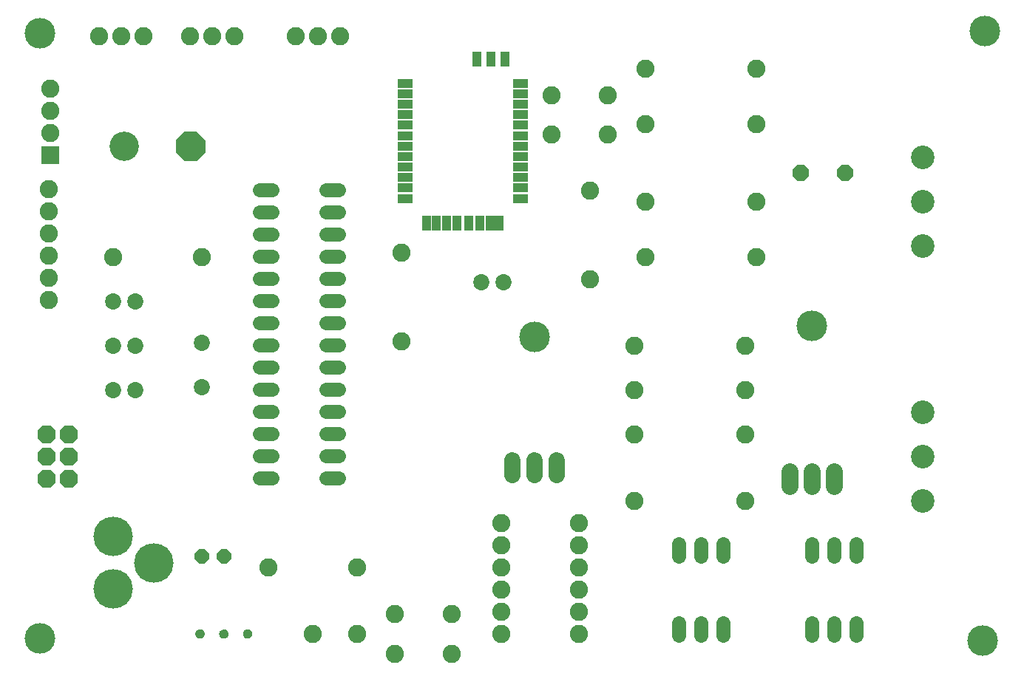
<source format=gts>
G75*
G70*
%OFA0B0*%
%FSLAX24Y24*%
%IPPOS*%
%LPD*%
%AMOC8*
5,1,8,0,0,1.08239X$1,22.5*
%
%ADD10C,0.0640*%
%ADD11OC8,0.0820*%
%ADD12C,0.0820*%
%ADD13C,0.1780*%
%ADD14C,0.0730*%
%ADD15C,0.0050*%
%ADD16OC8,0.0640*%
%ADD17R,0.0710X0.0395*%
%ADD18R,0.0395X0.0710*%
%ADD19C,0.0720*%
%ADD20C,0.1380*%
%ADD21C,0.0760*%
%ADD22C,0.1064*%
%ADD23R,0.0820X0.0820*%
%ADD24OC8,0.0710*%
%ADD25OC8,0.1320*%
%ADD26C,0.1320*%
D10*
X011702Y009149D02*
X012262Y009149D01*
X012262Y010149D02*
X011702Y010149D01*
X011702Y011149D02*
X012262Y011149D01*
X012262Y012149D02*
X011702Y012149D01*
X011702Y013149D02*
X012262Y013149D01*
X012262Y014149D02*
X011702Y014149D01*
X011702Y015149D02*
X012262Y015149D01*
X012262Y016149D02*
X011702Y016149D01*
X011702Y017149D02*
X012262Y017149D01*
X012262Y018149D02*
X011702Y018149D01*
X011702Y019149D02*
X012262Y019149D01*
X012262Y020149D02*
X011702Y020149D01*
X011702Y021149D02*
X012262Y021149D01*
X012262Y022149D02*
X011702Y022149D01*
X014702Y022149D02*
X015262Y022149D01*
X015262Y021149D02*
X014702Y021149D01*
X014702Y020149D02*
X015262Y020149D01*
X015262Y019149D02*
X014702Y019149D01*
X014702Y018149D02*
X015262Y018149D01*
X015262Y017149D02*
X014702Y017149D01*
X014702Y016149D02*
X015262Y016149D01*
X015262Y015149D02*
X014702Y015149D01*
X014702Y014149D02*
X015262Y014149D01*
X015262Y013149D02*
X014702Y013149D01*
X014702Y012149D02*
X015262Y012149D01*
X015262Y011149D02*
X014702Y011149D01*
X014702Y010149D02*
X015262Y010149D01*
X015262Y009149D02*
X014702Y009149D01*
X030601Y006161D02*
X030601Y005601D01*
X031601Y005601D02*
X031601Y006161D01*
X032601Y006161D02*
X032601Y005601D01*
X036601Y005601D02*
X036601Y006161D01*
X037601Y006161D02*
X037601Y005601D01*
X038601Y005601D02*
X038601Y006161D01*
X038601Y002601D02*
X038601Y002041D01*
X037601Y002041D02*
X037601Y002601D01*
X036601Y002601D02*
X036601Y002041D01*
X032601Y002041D02*
X032601Y002601D01*
X031601Y002601D02*
X031601Y002041D01*
X030601Y002041D02*
X030601Y002601D01*
D11*
X003101Y009101D03*
X002101Y009101D03*
X002101Y010101D03*
X003101Y010101D03*
X003101Y011101D03*
X002101Y011101D03*
D12*
X002209Y017185D03*
X002209Y018185D03*
X002209Y019185D03*
X002209Y020185D03*
X002209Y021185D03*
X002209Y022185D03*
X002289Y024718D03*
X002289Y025718D03*
X002289Y026718D03*
X004491Y029081D03*
X005491Y029081D03*
X006491Y029081D03*
X008571Y029061D03*
X009571Y029061D03*
X010571Y029061D03*
X013345Y029071D03*
X014345Y029071D03*
X015345Y029071D03*
X024865Y026418D03*
X024865Y024638D03*
X027425Y024638D03*
X029101Y025101D03*
X027425Y026418D03*
X029101Y027601D03*
X034101Y027601D03*
X034101Y025101D03*
X034101Y021601D03*
X034101Y019101D03*
X029101Y019101D03*
X026601Y018101D03*
X028601Y015101D03*
X028601Y013101D03*
X028601Y011101D03*
X028601Y008101D03*
X026101Y007101D03*
X026101Y006101D03*
X026101Y005101D03*
X026101Y004101D03*
X026101Y003101D03*
X026101Y002101D03*
X022601Y002101D03*
X022601Y003101D03*
X022601Y004101D03*
X022601Y005101D03*
X022601Y006101D03*
X022601Y007101D03*
X020381Y002991D03*
X020381Y001211D03*
X017821Y001211D03*
X016101Y002101D03*
X017821Y002991D03*
X016101Y005101D03*
X012101Y005101D03*
X014101Y002101D03*
X033601Y008101D03*
X033601Y011101D03*
X033601Y013101D03*
X033601Y015101D03*
X029101Y021601D03*
X026601Y022101D03*
X018112Y019304D03*
X018112Y015304D03*
X009101Y019101D03*
X005101Y019101D03*
D13*
X005101Y006494D03*
X006951Y005313D03*
X005101Y004132D03*
D14*
X005101Y013101D03*
X006101Y013101D03*
X006101Y015101D03*
X005101Y015101D03*
X005101Y017101D03*
X006101Y017101D03*
X009101Y015243D03*
X009101Y013243D03*
X021714Y017970D03*
X022714Y017970D03*
D15*
X011277Y002239D02*
X011306Y002212D01*
X011328Y002178D01*
X011342Y002141D01*
X011348Y002101D01*
X011343Y002061D01*
X011329Y002024D01*
X011307Y001991D01*
X011279Y001964D01*
X011245Y001943D01*
X011207Y001931D01*
X011168Y001927D01*
X011129Y001931D01*
X011093Y001945D01*
X011061Y001965D01*
X011033Y001993D01*
X011013Y002026D01*
X011001Y002062D01*
X010997Y002101D01*
X011000Y002139D01*
X011012Y002175D01*
X011032Y002208D01*
X011058Y002236D01*
X011090Y002257D01*
X011126Y002271D01*
X011164Y002276D01*
X011204Y002272D01*
X011242Y002260D01*
X011277Y002239D01*
X011279Y002237D02*
X011059Y002237D01*
X011020Y002188D02*
X011321Y002188D01*
X011342Y002140D02*
X011000Y002140D01*
X010998Y002091D02*
X011347Y002091D01*
X011336Y002043D02*
X011008Y002043D01*
X011033Y001994D02*
X011309Y001994D01*
X011249Y001945D02*
X011092Y001945D01*
X010271Y002057D02*
X010257Y002020D01*
X010235Y001987D01*
X010207Y001960D01*
X010173Y001939D01*
X010135Y001927D01*
X010096Y001923D01*
X010057Y001927D01*
X010021Y001941D01*
X009989Y001961D01*
X009961Y001989D01*
X009941Y002022D01*
X009929Y002058D01*
X009925Y002097D01*
X009928Y002135D01*
X009940Y002171D01*
X009960Y002204D01*
X009986Y002232D01*
X010018Y002253D01*
X010054Y002267D01*
X010092Y002272D01*
X010132Y002268D01*
X010170Y002256D01*
X010205Y002235D01*
X010234Y002208D01*
X010256Y002174D01*
X010270Y002137D01*
X010276Y002097D01*
X010271Y002057D01*
X010265Y002043D02*
X009934Y002043D01*
X009925Y002091D02*
X010275Y002091D01*
X010269Y002140D02*
X009930Y002140D01*
X009950Y002188D02*
X010247Y002188D01*
X010202Y002237D02*
X009993Y002237D01*
X009958Y001994D02*
X010240Y001994D01*
X010184Y001945D02*
X010013Y001945D01*
X009201Y002060D02*
X009187Y002023D01*
X009165Y001990D01*
X009137Y001963D01*
X009103Y001942D01*
X009065Y001930D01*
X009026Y001926D01*
X008987Y001930D01*
X008951Y001944D01*
X008919Y001964D01*
X008891Y001992D01*
X008871Y002025D01*
X008859Y002061D01*
X008855Y002100D01*
X008858Y002138D01*
X008870Y002174D01*
X008890Y002207D01*
X008916Y002235D01*
X008948Y002256D01*
X008984Y002270D01*
X009022Y002275D01*
X009062Y002271D01*
X009100Y002259D01*
X009135Y002238D01*
X009164Y002211D01*
X009186Y002177D01*
X009200Y002140D01*
X008859Y002140D01*
X008856Y002091D02*
X009205Y002091D01*
X009206Y002100D02*
X009201Y002060D01*
X009194Y002043D02*
X008865Y002043D01*
X008890Y001994D02*
X009168Y001994D01*
X009109Y001945D02*
X008948Y001945D01*
X008878Y002188D02*
X009179Y002188D01*
X009200Y002140D02*
X009206Y002100D01*
X009136Y002237D02*
X008919Y002237D01*
D16*
X009101Y005601D03*
X010101Y005601D03*
D17*
X018284Y021752D03*
X018284Y022225D03*
X018284Y022697D03*
X018284Y023170D03*
X018284Y023642D03*
X018284Y024115D03*
X018284Y024587D03*
X018284Y025059D03*
X018284Y025532D03*
X018284Y026004D03*
X018284Y026477D03*
X018284Y026949D03*
X023481Y026949D03*
X023481Y026477D03*
X023481Y026004D03*
X023481Y025532D03*
X023481Y025059D03*
X023481Y024587D03*
X023481Y024115D03*
X023481Y023642D03*
X023481Y023170D03*
X023481Y022697D03*
X023481Y022225D03*
X023481Y021752D03*
D18*
X022506Y020650D03*
X022103Y020650D03*
X021631Y020650D03*
X021158Y020650D03*
X020607Y020650D03*
X020135Y020650D03*
X019662Y020650D03*
X019260Y020650D03*
X021513Y028052D03*
X022143Y028052D03*
X022773Y028052D03*
D19*
X023101Y009921D02*
X023101Y009281D01*
X024101Y009281D02*
X024101Y009921D01*
X025101Y009921D02*
X025101Y009281D01*
D20*
X001801Y001901D03*
X024101Y015501D03*
X036601Y016001D03*
X044401Y029301D03*
X044301Y001801D03*
X001801Y029201D03*
D21*
X035601Y009441D02*
X035601Y008761D01*
X036601Y008761D02*
X036601Y009441D01*
X037601Y009441D02*
X037601Y008761D01*
D22*
X041601Y008093D03*
X041601Y010101D03*
X041601Y012109D03*
X041601Y019593D03*
X041601Y021601D03*
X041601Y023609D03*
D23*
X002289Y023718D03*
D24*
X036101Y022901D03*
X038101Y022901D03*
D25*
X008601Y024101D03*
D26*
X005601Y024101D03*
M02*

</source>
